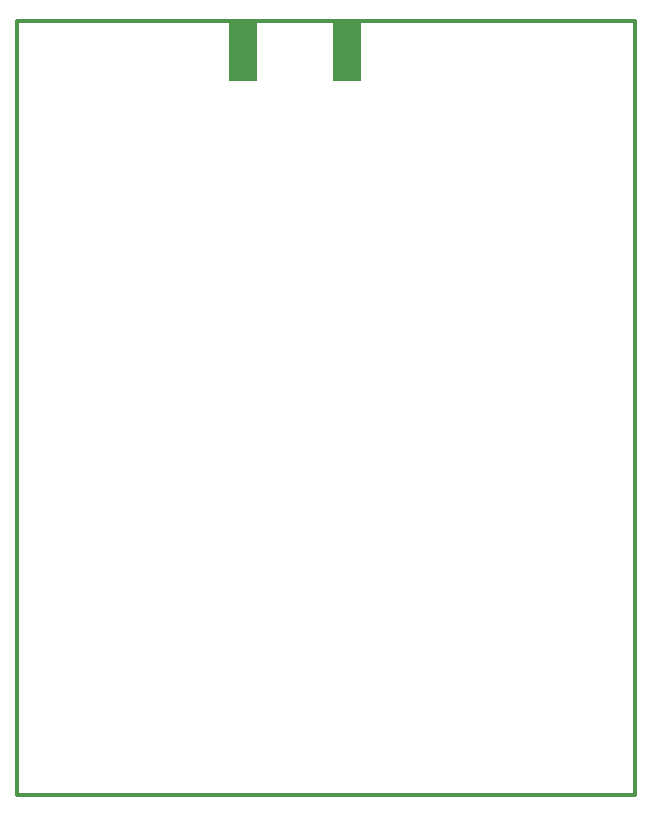
<source format=gbp>
G04 Layer_Color=128*
%FSLAX25Y25*%
%MOIN*%
G70*
G01*
G75*
%ADD11R,0.09508X0.20000*%
%ADD26C,0.01181*%
D11*
X396254Y464000D02*
D03*
X361746D02*
D03*
D26*
X286500Y216000D02*
Y474000D01*
X492500D01*
Y216000D02*
Y474000D01*
X286500Y216000D02*
X492500D01*
M02*

</source>
